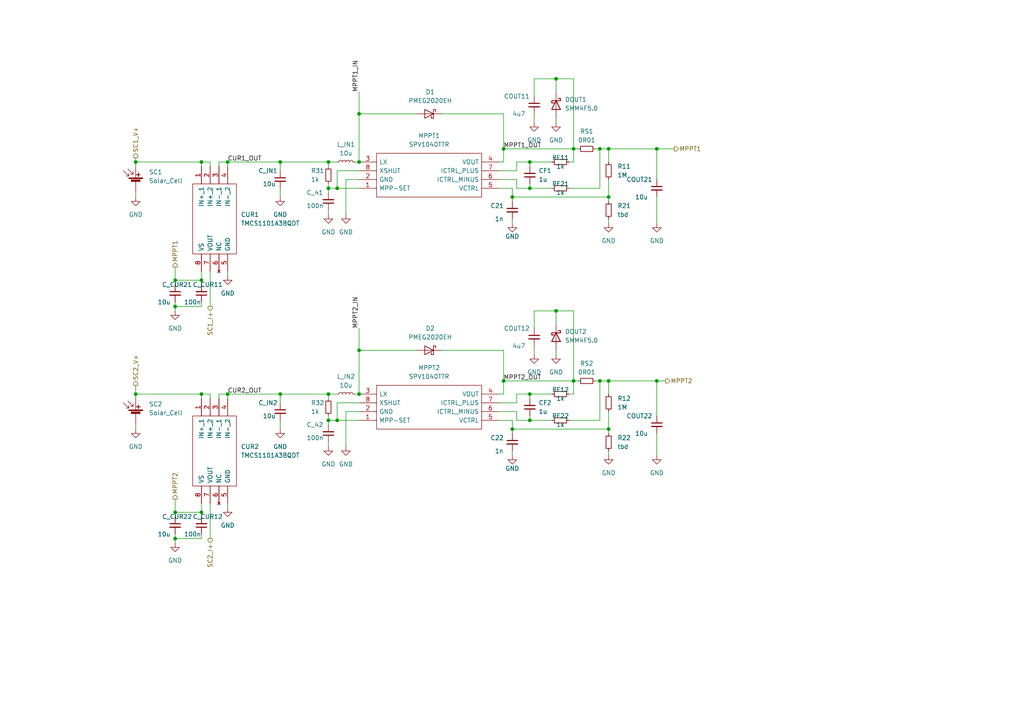
<source format=kicad_sch>
(kicad_sch (version 20211123) (generator eeschema)
  (paper "A4")
  (lib_symbols
    (symbol "Device:C_Small" (pin_numbers hide) (pin_names (offset 0.254) hide)
      (property "Reference" "C" (at 0.254 1.778 0))
      (property "Value" "C_Small" (at 0.254 -2.032 0))
      (symbol "C_Small_0_1"
        (polyline (pts (xy -1.524 -0.508) (xy 1.524 -0.508)) (stroke (width 0.3302)))
        (polyline (pts (xy -1.524 0.508) (xy 1.524 0.508)) (stroke (width 0.3048)))
      )
      (symbol "C_Small_1_1"
        (pin passive line (at 0 2.54 270) (length 2.032) (name "~") (number "1"))
        (pin passive line (at 0 -2.54 90) (length 2.032) (name "~") (number "2"))
      )
    )
    (symbol "Device:D_Schottky" (pin_numbers hide) (pin_names (offset 1.016) hide)
      (property "Reference" "D" (at 0 2.54 0))
      (property "Value" "D_Schottky" (at 0 -2.54 0))
      (symbol "D_Schottky_0_1"
        (polyline (pts (xy 1.27 0) (xy -1.27 0)))
        (polyline (pts (xy 1.27 1.27) (xy 1.27 -1.27) (xy -1.27 0) (xy 1.27 1.27)) (stroke (width 0.254)))
        (polyline (pts (xy -1.905 0.635) (xy -1.905 1.27) (xy -1.27 1.27) (xy -1.27 -1.27) (xy -0.635 -1.27) (xy -0.635 -0.635)) (stroke (width 0.254)))
      )
      (symbol "D_Schottky_1_1"
        (pin passive line (at -3.81 0 0) (length 2.54) (name "K") (number "1"))
        (pin passive line (at 3.81 0 180) (length 2.54) (name "A") (number "2"))
      )
    )
    (symbol "Device:L_Small" (pin_numbers hide) (pin_names (offset 0.254) hide)
      (property "Reference" "L" (at 0.762 1.016 0))
      (property "Value" "L_Small" (at 0.762 -1.016 0))
      (symbol "L_Small_0_1"
        (arc (start 0 -2.032) (mid 0.508 -1.524) (end 0 -1.016))
        (arc (start 0 -1.016) (mid 0.508 -0.508) (end 0 0))
        (arc (start 0 0) (mid 0.508 0.508) (end 0 1.016))
        (arc (start 0 1.016) (mid 0.508 1.524) (end 0 2.032))
      )
      (symbol "L_Small_1_1"
        (pin passive line (at 0 2.54 270) (length 0.508) (name "~") (number "1"))
        (pin passive line (at 0 -2.54 90) (length 0.508) (name "~") (number "2"))
      )
    )
    (symbol "Device:R_Small" (pin_numbers hide) (pin_names (offset 0.254) hide)
      (property "Reference" "R" (at 0.762 0.508 0))
      (property "Value" "R_Small" (at 0.762 -1.016 0))
      (symbol "R_Small_0_1"
        (rectangle (start -0.762 1.778) (end 0.762 -1.778) (stroke (width 0.2032)))
      )
      (symbol "R_Small_1_1"
        (pin passive line (at 0 2.54 270) (length 0.762) (name "~") (number "1"))
        (pin passive line (at 0 -2.54 90) (length 0.762) (name "~") (number "2"))
      )
    )
    (symbol "Device:Solar_Cell" (pin_numbers hide) (pin_names (offset 0) hide)
      (property "Reference" "SC" (at 2.54 2.54 0))
      (property "Value" "Solar_Cell" (at 2.54 0 0))
      (symbol "Solar_Cell_0_1"
        (rectangle (start -2.032 1.778) (end 2.032 1.524) (fill (type outline)))
        (rectangle (start -1.3208 1.1938) (end 1.27 0.6858) (fill (type outline)))
        (polyline (pts (xy -2.032 2.286) (xy -3.556 3.81)))
        (polyline (pts (xy -0.762 2.794) (xy -2.286 4.318)))
        (polyline (pts (xy 0 0.762) (xy 0 0)))
        (polyline (pts (xy 0 1.778) (xy 0 2.54)))
        (polyline (pts (xy 0.254 2.667) (xy 1.27 2.667)) (stroke (width 0.254)))
        (polyline (pts (xy 0.762 3.175) (xy 0.762 2.159)) (stroke (width 0.254)))
        (polyline (pts (xy -2.032 3.048) (xy -2.032 2.286) (xy -2.794 2.286)))
        (polyline (pts (xy -0.762 3.556) (xy -0.762 2.794) (xy -1.524 2.794)))
      )
      (symbol "Solar_Cell_1_1"
        (pin passive line (at 0 5.08 270) (length 2.54) (name "+") (number "1"))
        (pin passive line (at 0 -2.54 90) (length 2.54) (name "-") (number "2"))
      )
    )
    (symbol "Diode:PMEG2020EH" (pin_numbers hide) (pin_names hide)
      (property "Reference" "D" (at 0 2.54 0))
      (property "Value" "PMEG2020EH" (at 0 -2.54 0))
      (symbol "PMEG2020EH_0_1"
        (polyline (pts (xy 1.27 0) (xy -1.27 0)))
        (polyline (pts (xy 1.27 1.27) (xy 1.27 -1.27) (xy -1.27 0) (xy 1.27 1.27)) (stroke (width 0.2032)))
        (polyline (pts (xy -1.905 0.635) (xy -1.905 1.27) (xy -1.27 1.27) (xy -1.27 -1.27) (xy -0.635 -1.27) (xy -0.635 -0.635)) (stroke (width 0.2032)))
      )
      (symbol "PMEG2020EH_1_1"
        (pin passive line (at -3.81 0 0) (length 2.54) (name "K") (number "1"))
        (pin passive line (at 3.81 0 180) (length 2.54) (name "A") (number "2"))
      )
    )
    (symbol "SamacSys:SPV1040TTR" (pin_names (offset 0.762))
      (property "Reference" "IC?" (at 20.32 7.62 0))
      (property "Value" "SPV1040TTR" (at 20.32 5.08 0))
      (symbol "SPV1040TTR_0_0"
        (pin input line (at 0 -7.62 0) (length 5.08) (name "MPP-SET") (number "1"))
        (pin power_in line (at 0 -5.08 0) (length 5.08) (name "GND") (number "2"))
        (pin input line (at 0 0 0) (length 5.08) (name "LX") (number "3"))
        (pin output line (at 40.64 0 180) (length 5.08) (name "VOUT") (number "4"))
        (pin input line (at 40.64 -7.62 180) (length 5.08) (name "VCTRL") (number "5"))
        (pin input line (at 40.64 -5.08 180) (length 5.08) (name "ICTRL_MINUS") (number "6"))
        (pin input line (at 40.64 -2.54 180) (length 5.08) (name "ICTRL_PLUS") (number "7"))
        (pin input line (at 0 -2.54 0) (length 5.08) (name "XSHUT") (number "8"))
      )
      (symbol "SPV1040TTR_0_1"
        (polyline (pts (xy 5.08 2.54) (xy 35.56 2.54) (xy 35.56 -10.16) (xy 5.08 -10.16) (xy 5.08 2.54)) (stroke (width 0.1524)))
      )
    )
    (symbol "SamacSys_Parts:TMCS1101A3BQDT" (pin_names (offset 0.762))
      (property "Reference" "IC" (at 26.67 7.62 0))
      (property "Value" "TMCS1101A3BQDT" (at 26.67 5.08 0))
      (symbol "TMCS1101A3BQDT_0_0"
        (pin passive line (at 0 0 0) (length 5.08) (name "IN+_1") (number "1"))
        (pin passive line (at 0 -2.54 0) (length 5.08) (name "IN+_2") (number "2"))
        (pin passive line (at 0 -5.08 0) (length 5.08) (name "IN-_1") (number "3"))
        (pin passive line (at 0 -7.62 0) (length 5.08) (name "IN-_2") (number "4"))
        (pin passive line (at 30.48 -7.62 180) (length 5.08) (name "GND") (number "5"))
        (pin no_connect line (at 30.48 -5.08 180) (length 5.08) (name "NC") (number "6"))
        (pin passive line (at 30.48 -2.54 180) (length 5.08) (name "VOUT") (number "7"))
        (pin passive line (at 30.48 0 180) (length 5.08) (name "VS") (number "8"))
      )
      (symbol "TMCS1101A3BQDT_0_1"
        (polyline (pts (xy 5.08 2.54) (xy 25.4 2.54) (xy 25.4 -10.16) (xy 5.08 -10.16) (xy 5.08 2.54)) (stroke (width 0.1524)))
      )
    )
    (symbol "power:GND" (power) (pin_names (offset 0))
      (property "Value" "GND" (at 0 -3.81 0))
      (symbol "GND_0_1"
        (polyline (pts (xy 0 0) (xy 0 -1.27) (xy 1.27 -1.27) (xy 0 -2.54) (xy -1.27 -1.27) (xy 0 -1.27)))
      )
      (symbol "GND_1_1"
        (pin power_in line (at 0 0 270) (length 0) hide (name "GND") (number "1"))
      )
    )
  )
  (junction (at 58.42 148.59))
  (junction (at 104.14 46.99))
  (junction (at 166.37 110.49))
  (junction (at 176.53 57.15))
  (junction (at 95.25 121.92))
  (junction (at 97.79 121.92))
  (junction (at 190.5 43.18))
  (junction (at 153.67 46.99))
  (junction (at 58.42 81.28))
  (junction (at 97.79 54.61))
  (junction (at 166.37 43.18))
  (junction (at 148.59 57.15))
  (junction (at 58.42 46.99))
  (junction (at 190.5 110.49))
  (junction (at 66.04 46.99))
  (junction (at 173.99 43.18))
  (junction (at 50.8 88.9))
  (junction (at 153.67 114.3))
  (junction (at 153.67 121.92))
  (junction (at 146.05 43.18))
  (junction (at 153.67 54.61))
  (junction (at 104.14 101.6))
  (junction (at 39.37 46.99))
  (junction (at 176.53 124.46))
  (junction (at 95.25 46.99))
  (junction (at 50.8 81.28))
  (junction (at 176.53 110.49))
  (junction (at 50.8 148.59))
  (junction (at 58.42 114.3))
  (junction (at 148.59 124.46))
  (junction (at 81.28 114.3))
  (junction (at 81.28 46.99))
  (junction (at 173.99 110.49))
  (junction (at 66.04 114.3))
  (junction (at 95.25 114.3))
  (junction (at 95.25 54.61))
  (junction (at 161.29 22.86))
  (junction (at 104.14 114.3))
  (junction (at 176.53 43.18))
  (junction (at 146.05 110.49))
  (junction (at 39.37 114.3))
  (junction (at 104.14 33.02))
  (junction (at 50.8 156.21))
  (junction (at 161.29 90.17))
  (wire (pts (xy 39.37 46.99) (xy 39.37 48.26)))
  (wire (pts (xy 81.28 121.92) (xy 81.28 124.46)))
  (wire (pts (xy 165.1 54.61) (xy 173.99 54.61)))
  (wire (pts (xy 63.5 46.99) (xy 63.5 48.26)))
  (wire (pts (xy 50.8 156.21) (xy 58.42 156.21)))
  (wire (pts (xy 97.79 49.53) (xy 97.79 54.61)))
  (wire (pts (xy 104.14 26.67) (xy 104.14 33.02)))
  (wire (pts (xy 97.79 116.84) (xy 97.79 121.92)))
  (wire (pts (xy 128.27 101.6) (xy 146.05 101.6)))
  (wire (pts (xy 161.29 90.17) (xy 166.37 90.17)))
  (wire (pts (xy 153.67 121.92) (xy 153.67 120.65)))
  (wire (pts (xy 148.59 57.15) (xy 148.59 54.61)))
  (wire (pts (xy 50.8 156.21) (xy 50.8 157.48)))
  (wire (pts (xy 50.8 88.9) (xy 58.42 88.9)))
  (wire (pts (xy 146.05 101.6) (xy 146.05 110.49)))
  (wire (pts (xy 154.94 27.94) (xy 154.94 22.86)))
  (wire (pts (xy 153.67 46.99) (xy 160.02 46.99)))
  (wire (pts (xy 104.14 49.53) (xy 97.79 49.53)))
  (wire (pts (xy 148.59 124.46) (xy 148.59 121.92)))
  (wire (pts (xy 97.79 121.92) (xy 95.25 121.92)))
  (wire (pts (xy 95.25 114.3) (xy 97.79 114.3)))
  (wire (pts (xy 66.04 46.99) (xy 81.28 46.99)))
  (wire (pts (xy 95.25 54.61) (xy 95.25 55.88)))
  (wire (pts (xy 153.67 121.92) (xy 160.02 121.92)))
  (wire (pts (xy 153.67 46.99) (xy 149.86 46.99)))
  (wire (pts (xy 149.86 54.61) (xy 153.67 54.61)))
  (wire (pts (xy 161.29 34.29) (xy 161.29 35.56)))
  (wire (pts (xy 81.28 116.84) (xy 81.28 114.3)))
  (wire (pts (xy 104.14 119.38) (xy 100.33 119.38)))
  (wire (pts (xy 176.53 124.46) (xy 148.59 124.46)))
  (wire (pts (xy 166.37 114.3) (xy 165.1 114.3)))
  (wire (pts (xy 193.04 110.49) (xy 190.5 110.49)))
  (wire (pts (xy 58.42 114.3) (xy 60.96 114.3)))
  (wire (pts (xy 190.5 110.49) (xy 176.53 110.49)))
  (wire (pts (xy 149.86 119.38) (xy 149.86 121.92)))
  (wire (pts (xy 166.37 43.18) (xy 167.64 43.18)))
  (wire (pts (xy 166.37 22.86) (xy 166.37 43.18)))
  (wire (pts (xy 50.8 81.28) (xy 50.8 82.55)))
  (wire (pts (xy 176.53 43.18) (xy 173.99 43.18)))
  (wire (pts (xy 144.78 52.07) (xy 149.86 52.07)))
  (wire (pts (xy 165.1 121.92) (xy 173.99 121.92)))
  (wire (pts (xy 146.05 43.18) (xy 166.37 43.18)))
  (wire (pts (xy 81.28 49.53) (xy 81.28 46.99)))
  (wire (pts (xy 39.37 111.76) (xy 39.37 114.3)))
  (wire (pts (xy 95.25 114.3) (xy 95.25 115.57)))
  (wire (pts (xy 149.86 114.3) (xy 149.86 116.84)))
  (wire (pts (xy 154.94 33.02) (xy 154.94 35.56)))
  (wire (pts (xy 153.67 54.61) (xy 160.02 54.61)))
  (wire (pts (xy 104.14 121.92) (xy 97.79 121.92)))
  (wire (pts (xy 60.96 114.3) (xy 60.96 115.57)))
  (wire (pts (xy 161.29 22.86) (xy 161.29 26.67)))
  (wire (pts (xy 176.53 114.3) (xy 176.53 110.49)))
  (wire (pts (xy 190.5 125.73) (xy 190.5 132.08)))
  (wire (pts (xy 166.37 110.49) (xy 167.64 110.49)))
  (wire (pts (xy 50.8 148.59) (xy 50.8 149.86)))
  (wire (pts (xy 60.96 46.99) (xy 60.96 48.26)))
  (wire (pts (xy 58.42 78.74) (xy 58.42 81.28)))
  (wire (pts (xy 58.42 154.94) (xy 58.42 156.21)))
  (wire (pts (xy 149.86 49.53) (xy 144.78 49.53)))
  (wire (pts (xy 154.94 95.25) (xy 154.94 90.17)))
  (wire (pts (xy 97.79 54.61) (xy 95.25 54.61)))
  (wire (pts (xy 58.42 87.63) (xy 58.42 88.9)))
  (wire (pts (xy 50.8 87.63) (xy 50.8 88.9)))
  (wire (pts (xy 172.72 110.49) (xy 173.99 110.49)))
  (wire (pts (xy 95.25 54.61) (xy 95.25 53.34)))
  (wire (pts (xy 95.25 128.27) (xy 95.25 129.54)))
  (wire (pts (xy 144.78 119.38) (xy 149.86 119.38)))
  (wire (pts (xy 58.42 146.05) (xy 58.42 148.59)))
  (wire (pts (xy 172.72 43.18) (xy 173.99 43.18)))
  (wire (pts (xy 66.04 78.74) (xy 66.04 80.01)))
  (wire (pts (xy 58.42 46.99) (xy 60.96 46.99)))
  (wire (pts (xy 100.33 52.07) (xy 100.33 62.23)))
  (wire (pts (xy 153.67 114.3) (xy 160.02 114.3)))
  (wire (pts (xy 176.53 52.07) (xy 176.53 57.15)))
  (wire (pts (xy 144.78 54.61) (xy 148.59 54.61)))
  (wire (pts (xy 195.58 43.18) (xy 190.5 43.18)))
  (wire (pts (xy 166.37 110.49) (xy 166.37 114.3)))
  (wire (pts (xy 104.14 95.25) (xy 104.14 101.6)))
  (wire (pts (xy 100.33 119.38) (xy 100.33 129.54)))
  (wire (pts (xy 161.29 22.86) (xy 166.37 22.86)))
  (wire (pts (xy 104.14 33.02) (xy 120.65 33.02)))
  (wire (pts (xy 63.5 114.3) (xy 63.5 115.57)))
  (wire (pts (xy 190.5 57.15) (xy 190.5 64.77)))
  (wire (pts (xy 153.67 115.57) (xy 153.67 114.3)))
  (wire (pts (xy 146.05 46.99) (xy 146.05 43.18)))
  (wire (pts (xy 190.5 110.49) (xy 190.5 120.65)))
  (wire (pts (xy 95.25 46.99) (xy 97.79 46.99)))
  (wire (pts (xy 153.67 54.61) (xy 153.67 53.34)))
  (wire (pts (xy 81.28 114.3) (xy 95.25 114.3)))
  (wire (pts (xy 58.42 148.59) (xy 58.42 149.86)))
  (wire (pts (xy 66.04 114.3) (xy 66.04 115.57)))
  (wire (pts (xy 104.14 101.6) (xy 104.14 114.3)))
  (wire (pts (xy 176.53 46.99) (xy 176.53 43.18)))
  (wire (pts (xy 95.25 60.96) (xy 95.25 62.23)))
  (wire (pts (xy 50.8 144.78) (xy 50.8 148.59)))
  (wire (pts (xy 104.14 33.02) (xy 104.14 46.99)))
  (wire (pts (xy 60.96 146.05) (xy 60.96 156.21)))
  (wire (pts (xy 95.25 121.92) (xy 95.25 120.65)))
  (wire (pts (xy 190.5 43.18) (xy 176.53 43.18)))
  (wire (pts (xy 166.37 90.17) (xy 166.37 110.49)))
  (wire (pts (xy 153.67 48.26) (xy 153.67 46.99)))
  (wire (pts (xy 104.14 116.84) (xy 97.79 116.84)))
  (wire (pts (xy 148.59 132.08) (xy 148.59 130.81)))
  (wire (pts (xy 63.5 114.3) (xy 66.04 114.3)))
  (wire (pts (xy 50.8 148.59) (xy 58.42 148.59)))
  (wire (pts (xy 63.5 46.99) (xy 66.04 46.99)))
  (wire (pts (xy 39.37 45.72) (xy 39.37 46.99)))
  (wire (pts (xy 176.53 130.81) (xy 176.53 132.08)))
  (wire (pts (xy 128.27 33.02) (xy 146.05 33.02)))
  (wire (pts (xy 190.5 43.18) (xy 190.5 52.07)))
  (wire (pts (xy 104.14 54.61) (xy 97.79 54.61)))
  (wire (pts (xy 39.37 123.19) (xy 39.37 124.46)))
  (wire (pts (xy 176.53 125.73) (xy 176.53 124.46)))
  (wire (pts (xy 104.14 52.07) (xy 100.33 52.07)))
  (wire (pts (xy 66.04 46.99) (xy 66.04 48.26)))
  (wire (pts (xy 58.42 81.28) (xy 58.42 82.55)))
  (wire (pts (xy 161.29 101.6) (xy 161.29 102.87)))
  (wire (pts (xy 146.05 110.49) (xy 166.37 110.49)))
  (wire (pts (xy 39.37 114.3) (xy 58.42 114.3)))
  (wire (pts (xy 95.25 121.92) (xy 95.25 123.19)))
  (wire (pts (xy 149.86 116.84) (xy 144.78 116.84)))
  (wire (pts (xy 50.8 77.47) (xy 50.8 81.28)))
  (wire (pts (xy 154.94 22.86) (xy 161.29 22.86)))
  (wire (pts (xy 39.37 46.99) (xy 58.42 46.99)))
  (wire (pts (xy 149.86 121.92) (xy 153.67 121.92)))
  (wire (pts (xy 66.04 114.3) (xy 81.28 114.3)))
  (wire (pts (xy 176.53 119.38) (xy 176.53 124.46)))
  (wire (pts (xy 58.42 46.99) (xy 58.42 48.26)))
  (wire (pts (xy 176.53 57.15) (xy 148.59 57.15)))
  (wire (pts (xy 50.8 88.9) (xy 50.8 90.17)))
  (wire (pts (xy 149.86 46.99) (xy 149.86 49.53)))
  (wire (pts (xy 95.25 46.99) (xy 95.25 48.26)))
  (wire (pts (xy 81.28 54.61) (xy 81.28 57.15)))
  (wire (pts (xy 60.96 78.74) (xy 60.96 88.9)))
  (wire (pts (xy 148.59 124.46) (xy 148.59 125.73)))
  (wire (pts (xy 148.59 64.77) (xy 148.59 63.5)))
  (wire (pts (xy 176.53 63.5) (xy 176.53 64.77)))
  (wire (pts (xy 144.78 46.99) (xy 146.05 46.99)))
  (wire (pts (xy 173.99 110.49) (xy 173.99 121.92)))
  (wire (pts (xy 102.87 114.3) (xy 104.14 114.3)))
  (wire (pts (xy 58.42 114.3) (xy 58.42 115.57)))
  (wire (pts (xy 161.29 90.17) (xy 161.29 93.98)))
  (wire (pts (xy 176.53 110.49) (xy 173.99 110.49)))
  (wire (pts (xy 166.37 46.99) (xy 165.1 46.99)))
  (wire (pts (xy 146.05 114.3) (xy 146.05 110.49)))
  (wire (pts (xy 153.67 114.3) (xy 149.86 114.3)))
  (wire (pts (xy 39.37 55.88) (xy 39.37 57.15)))
  (wire (pts (xy 154.94 100.33) (xy 154.94 102.87)))
  (wire (pts (xy 148.59 57.15) (xy 148.59 58.42)))
  (wire (pts (xy 104.14 101.6) (xy 120.65 101.6)))
  (wire (pts (xy 144.78 114.3) (xy 146.05 114.3)))
  (wire (pts (xy 144.78 121.92) (xy 148.59 121.92)))
  (wire (pts (xy 66.04 146.05) (xy 66.04 147.32)))
  (wire (pts (xy 50.8 154.94) (xy 50.8 156.21)))
  (wire (pts (xy 50.8 81.28) (xy 58.42 81.28)))
  (wire (pts (xy 146.05 33.02) (xy 146.05 43.18)))
  (wire (pts (xy 39.37 114.3) (xy 39.37 115.57)))
  (wire (pts (xy 102.87 46.99) (xy 104.14 46.99)))
  (wire (pts (xy 176.53 58.42) (xy 176.53 57.15)))
  (wire (pts (xy 149.86 52.07) (xy 149.86 54.61)))
  (wire (pts (xy 166.37 43.18) (xy 166.37 46.99)))
  (wire (pts (xy 81.28 46.99) (xy 95.25 46.99)))
  (wire (pts (xy 154.94 90.17) (xy 161.29 90.17)))
  (wire (pts (xy 173.99 43.18) (xy 173.99 54.61)))
  (label "CUR1_OUT" (at 66.04 46.99 0))
  (label "CUR2_OUT" (at 66.04 114.3 0))
  (label "MPPT1_OUT" (at 146.05 43.18 0))
  (label "MPPT2_OUT" (at 146.05 110.49 0))
  (label "MPPT2_IN" (at 104.14 95.25 90))
  (label "MPPT1_IN" (at 104.14 26.67 90))
  (hierarchical_label "MPPT1" (shape output) (at 50.8 77.47 90))
  (hierarchical_label "SC2_V+" (shape output) (at 39.37 111.76 90))
  (hierarchical_label "SC2_I+" (shape output) (at 60.96 156.21 270))
  (hierarchical_label "SC1_I+" (shape output) (at 60.96 88.9 270))
  (hierarchical_label "SC1_V+" (shape output) (at 39.37 45.72 90))
  (hierarchical_label "MPPT2" (shape output) (at 50.8 144.78 90))
  (hierarchical_label "MPPT2" (shape output) (at 193.04 110.49 0))
  (hierarchical_label "MPPT1" (shape output) (at 195.58 43.18 0))
  (symbol (lib_id "Device:R_Small") (at 170.18 43.18 270) (unit 1)
    (property "Reference" "RS1" (at 170.18 38.1 90))
    (property "Value" "0R01" (at 170.18 40.64 90))
    (property "Footprint" "Resistor_SMD:R_0603_1608Metric" (effects hide))
  )
  (symbol (lib_id "Device:L_Small") (at 100.33 114.3 90) (unit 1)
    (property "Reference" "L_IN2" (at 100.33 109.22 90))
    (property "Value" "10u" (at 100.33 111.76 90))
    (property "Footprint" "STS_Inductor_SMD:XAL6060103MEC" (effects hide))
  )
  (symbol (lib_id "power:GND") (at 161.29 102.87 0) (unit 1)
    (property "Reference" "#PWR017" (effects hide))
    (property "Value" "GND" (at 161.29 107.95 0))
  )
  (symbol (lib_id "Device:C_Small") (at 58.42 152.4 180) (unit 1)
    (property "Reference" "C_CUR12" (at 55.88 149.86 0) (effects (justify right)))
    (property "Value" "100n" (at 53.34 154.94 0) (effects (justify right)))
    (property "Footprint" "Capacitor_SMD:C_0603_1608Metric" (effects hide))
  )
  (symbol (lib_id "Diode:PMEG2020EH") (at 124.46 33.02 0) (mirror y) (unit 1)
    (property "Reference" "D1" (at 124.7775 26.67 0))
    (property "Value" "PMEG2020EH" (at 124.7775 29.21 0))
    (property "Footprint" "Diode_SMD:D_SOD-123F" (effects hide))
    (property "Datasheet" "https://assets.nexperia.com/documents/data-sheet/PMEG2020EH_EJ.pdf" (effects hide))
  )
  (symbol (lib_id "Device:C_Small") (at 148.59 60.96 0) (unit 1)
    (property "Reference" "C21" (at 142.24 59.69 0) (effects (justify left)))
    (property "Value" "1n" (at 143.51 63.5 0) (effects (justify left)))
    (property "Footprint" "Capacitor_SMD:C_0603_1608Metric" (effects hide))
  )
  (symbol (lib_id "power:GND") (at 81.28 124.46 0) (unit 1)
    (property "Reference" "#PWR09" (effects hide))
    (property "Value" "GND" (at 81.28 129.54 0))
  )
  (symbol (lib_id "Device:C_Small") (at 190.5 54.61 0) (unit 1)
    (property "Reference" "COUT21" (at 189.23 52.07 0) (effects (justify right)))
    (property "Value" "10u" (at 187.96 57.15 0) (effects (justify right)))
    (property "Footprint" "Capacitor_SMD:C_0603_1608Metric" (effects hide))
  )
  (symbol (lib_id "Device:C_Small") (at 190.5 123.19 0) (unit 1)
    (property "Reference" "COUT22" (at 189.23 120.65 0) (effects (justify right)))
    (property "Value" "10u" (at 187.96 125.73 0) (effects (justify right)))
    (property "Footprint" "Capacitor_SMD:C_0603_1608Metric" (effects hide))
  )
  (symbol (lib_id "Diode:PMEG2020EH") (at 124.46 101.6 0) (mirror y) (unit 1)
    (property "Reference" "D2" (at 124.7775 95.25 0))
    (property "Value" "PMEG2020EH" (at 124.7775 97.79 0))
    (property "Footprint" "Diode_SMD:D_SOD-123F" (effects hide))
    (property "Datasheet" "https://assets.nexperia.com/documents/data-sheet/PMEG2020EH_EJ.pdf" (effects hide))
  )
  (symbol (lib_id "power:GND") (at 95.25 62.23 0) (unit 1)
    (property "Reference" "#PWR010" (effects hide))
    (property "Value" "GND" (at 95.25 67.31 0))
  )
  (symbol (lib_id "power:GND") (at 190.5 132.08 0) (unit 1)
    (property "Reference" "#PWR0110" (effects hide))
    (property "Value" "GND" (at 190.5 137.16 0))
  )
  (symbol (lib_id "Device:Solar_Cell") (at 39.37 120.65 0) (unit 1)
    (property "Reference" "SC2" (at 43.18 117.2209 0) (effects (justify left)))
    (property "Value" "Solar_Cell" (at 43.18 119.7609 0) (effects (justify left)))
    (property "Footprint" "STS_Solarcells:3G30A_40x80" (effects hide))
  )
  (symbol (lib_id "Device:R_Small") (at 176.53 60.96 180) (unit 1)
    (property "Reference" "R21" (at 179.07 59.6899 0) (effects (justify right)))
    (property "Value" "tbd" (at 179.07 62.2299 0) (effects (justify right)))
    (property "Footprint" "Resistor_SMD:R_0603_1608Metric" (effects hide))
  )
  (symbol (lib_id "power:GND") (at 176.53 132.08 0) (unit 1)
    (property "Reference" "#PWR018" (effects hide))
    (property "Value" "GND" (at 176.53 137.16 0))
  )
  (symbol (lib_id "power:GND") (at 95.25 129.54 0) (unit 1)
    (property "Reference" "#PWR011" (effects hide))
    (property "Value" "GND" (at 95.25 134.62 0))
  )
  (symbol (lib_id "Device:C_Small") (at 81.28 119.38 0) (unit 1)
    (property "Reference" "C_IN2" (at 74.93 116.84 0) (effects (justify left)))
    (property "Value" "10u" (at 76.2 120.65 0) (effects (justify left)))
    (property "Footprint" "Capacitor_SMD:C_0603_1608Metric" (effects hide))
  )
  (symbol (lib_id "Device:R_Small") (at 176.53 49.53 180) (unit 1)
    (property "Reference" "R11" (at 179.07 48.2599 0) (effects (justify right)))
    (property "Value" "1M" (at 179.07 50.7999 0) (effects (justify right)))
    (property "Footprint" "Resistor_SMD:R_0603_1608Metric" (effects hide))
  )
  (symbol (lib_id "Device:R_Small") (at 95.25 50.8 180) (unit 1)
    (property "Reference" "R31" (at 90.17 49.53 0) (effects (justify right)))
    (property "Value" "1k" (at 90.17 52.07 0) (effects (justify right)))
    (property "Footprint" "Resistor_SMD:R_0603_1608Metric" (effects hide))
  )
  (symbol (lib_id "Device:R_Small") (at 170.18 110.49 270) (unit 1)
    (property "Reference" "RS2" (at 170.18 105.41 90))
    (property "Value" "0R01" (at 170.18 107.95 90))
    (property "Footprint" "Resistor_SMD:R_0603_1608Metric" (effects hide))
  )
  (symbol (lib_id "Device:C_Small") (at 154.94 97.79 0) (unit 1)
    (property "Reference" "COUT12" (at 153.67 95.25 0) (effects (justify right)))
    (property "Value" "4u7" (at 152.4 100.33 0) (effects (justify right)))
    (property "Footprint" "Capacitor_SMD:C_0603_1608Metric" (effects hide))
  )
  (symbol (lib_id "power:GND") (at 39.37 57.15 0) (unit 1)
    (property "Reference" "#PWR0108" (effects hide))
    (property "Value" "GND" (at 39.37 62.23 0))
  )
  (symbol (lib_id "power:GND") (at 66.04 80.01 0) (unit 1)
    (property "Reference" "#PWR07" (effects hide))
    (property "Value" "GND" (at 66.04 85.09 0))
  )
  (symbol (lib_id "Device:D_Schottky") (at 161.29 97.79 270) (unit 1)
    (property "Reference" "DOUT2" (at 163.83 96.2024 90) (effects (justify left)))
    (property "Value" "SMM4F5.0" (at 163.83 98.7424 90) (effects (justify left)))
    (property "Footprint" "SamacSys:STMITE" (effects hide))
  )
  (symbol (lib_id "SamacSys:SPV1040TTR") (at 104.14 46.99 0) (unit 1)
    (property "Reference" "MPPT1" (at 124.46 39.37 0))
    (property "Value" "SPV1040TTR" (at 124.46 41.91 0))
    (property "Footprint" "Package_SO:TSSOP-8_4.4x3mm_P0.65mm" (effects hide))
    (property "Description" "Switching Voltage Regulators Hi Eff Solar Charger MPPT 0.3V to 5.5V" (effects hide))
    (property "Height" "1.2" (effects hide))
    (property "Mouser Part Number" "511-SPV1040TTR" (effects hide))
    (property "Mouser Price/Stock" "https://www.mouser.co.uk/ProductDetail/STMicroelectronics/SPV1040TTR?qs=AHLdMMsI%252Bhr%2Fj5DYN1qCwQ%3D%3D" (effects hide))
    (property "Manufacturer_Name" "STMicroelectronics" (effects hide))
    (property "Manufacturer_Part_Number" "SPV1040TTR" (effects hide))
  )
  (symbol (lib_id "Device:R_Small") (at 162.56 46.99 270) (unit 1)
    (property "Reference" "RF11" (at 162.56 45.72 90))
    (property "Value" "1k" (at 162.56 48.26 90))
    (property "Footprint" "Resistor_SMD:R_0603_1608Metric" (effects hide))
  )
  (symbol (lib_id "power:GND") (at 154.94 35.56 0) (unit 1)
    (property "Reference" "#PWR014" (effects hide))
    (property "Value" "GND" (at 154.94 40.64 0))
  )
  (symbol (lib_id "Device:C_Small") (at 81.28 52.07 0) (unit 1)
    (property "Reference" "C_IN1" (at 74.93 49.53 0) (effects (justify left)))
    (property "Value" "10u" (at 76.2 53.34 0) (effects (justify left)))
    (property "Footprint" "Capacitor_SMD:C_0603_1608Metric" (effects hide))
  )
  (symbol (lib_id "power:GND") (at 190.5 64.77 0) (unit 1)
    (property "Reference" "#PWR0109" (effects hide))
    (property "Value" "GND" (at 190.5 69.85 0))
  )
  (symbol (lib_id "Device:C_Small") (at 154.94 30.48 0) (unit 1)
    (property "Reference" "COUT11" (at 153.67 27.94 0) (effects (justify right)))
    (property "Value" "4u7" (at 152.4 33.02 0) (effects (justify right)))
    (property "Footprint" "Capacitor_SMD:C_0603_1608Metric" (effects hide))
  )
  (symbol (lib_id "power:GND") (at 148.59 132.08 0) (unit 1)
    (property "Reference" "#PWR013" (effects hide))
    (property "Value" "GND" (at 148.59 135.89 0))
  )
  (symbol (lib_id "Device:R_Small") (at 162.56 54.61 270) (unit 1)
    (property "Reference" "RF21" (at 162.56 53.34 90))
    (property "Value" "1k" (at 162.56 55.88 90))
    (property "Footprint" "Resistor_SMD:R_0603_1608Metric" (effects hide))
  )
  (symbol (lib_id "SamacSys_Parts:TMCS1101A3BQDT") (at 58.42 48.26 90) (mirror x) (unit 1)
    (property "Reference" "CUR1" (at 69.85 62.2299 90) (effects (justify right)))
    (property "Value" "TMCS1101A3BQDT" (at 69.85 64.7699 90) (effects (justify right)))
    (property "Footprint" "Package_SO:SOIC-8_3.9x4.9mm_P1.27mm" (effects hide))
    (property "Datasheet" "http://www.ti.com/general/docs/lit/getliterature.tsp?genericPartNumber=TMCS1101&fileType=pdf" (effects hide))
    (property "Description" "Board Mount Current Sensors Precision isolated current sensor with internal reference 8-SOIC -40 to 125" (effects hide))
    (property "Height" "1.75" (effects hide))
    (property "Mouser Part Number" "595-TMCS1101A3BQDT" (effects hide))
    (property "Mouser Price/Stock" "https://www.mouser.co.uk/ProductDetail/Texas-Instruments/TMCS1101A3BQDT?qs=sPbYRqrBIVlcEjfuuH8LqA%3D%3D" (effects hide))
    (property "Manufacturer_Name" "Texas Instruments" (effects hide))
    (property "Manufacturer_Part_Number" "TMCS1101A3BQDT" (effects hide))
  )
  (symbol (lib_id "Device:R_Small") (at 176.53 128.27 180) (unit 1)
    (property "Reference" "R22" (at 179.07 126.9999 0) (effects (justify right)))
    (property "Value" "tbd" (at 179.07 129.5399 0) (effects (justify right)))
    (property "Footprint" "Resistor_SMD:R_0603_1608Metric" (effects hide))
  )
  (symbol (lib_id "Device:C_Small") (at 153.67 50.8 180) (unit 1)
    (property "Reference" "CF1" (at 156.21 49.5235 0) (effects (justify right)))
    (property "Value" "1u" (at 156.21 52.0635 0) (effects (justify right)))
    (property "Footprint" "Capacitor_SMD:C_0603_1608Metric" (effects hide))
  )
  (symbol (lib_id "Device:C_Small") (at 153.67 118.11 180) (unit 1)
    (property "Reference" "CF2" (at 156.21 116.8335 0) (effects (justify right)))
    (property "Value" "1u" (at 156.21 119.3735 0) (effects (justify right)))
    (property "Footprint" "Capacitor_SMD:C_0603_1608Metric" (effects hide))
  )
  (symbol (lib_id "power:GND") (at 39.37 124.46 0) (unit 1)
    (property "Reference" "#PWR0107" (effects hide))
    (property "Value" "GND" (at 39.37 129.54 0))
  )
  (symbol (lib_id "Device:C_Small") (at 50.8 152.4 0) (mirror y) (unit 1)
    (property "Reference" "C_CUR22" (at 46.99 149.86 0) (effects (justify right)))
    (property "Value" "10u" (at 45.72 154.94 0) (effects (justify right)))
    (property "Footprint" "Capacitor_SMD:C_0603_1608Metric" (effects hide))
  )
  (symbol (lib_id "Device:C_Small") (at 95.25 58.42 180) (unit 1)
    (property "Reference" "C_41" (at 88.9 55.88 0) (effects (justify right)))
    (property "Value" "100n" (at 88.9 59.69 0) (effects (justify right)))
    (property "Footprint" "Capacitor_SMD:C_0603_1608Metric" (effects hide))
  )
  (symbol (lib_id "power:GND") (at 154.94 102.87 0) (unit 1)
    (property "Reference" "#PWR015" (effects hide))
    (property "Value" "GND" (at 154.94 107.95 0))
  )
  (symbol (lib_id "power:GND") (at 66.04 147.32 0) (unit 1)
    (property "Reference" "#PWR08" (effects hide))
    (property "Value" "GND" (at 66.04 152.4 0))
  )
  (symbol (lib_id "Device:R_Small") (at 162.56 114.3 270) (unit 1)
    (property "Reference" "RF12" (at 162.56 113.03 90))
    (property "Value" "1k" (at 162.56 115.57 90))
    (property "Footprint" "Resistor_SMD:R_0603_1608Metric" (effects hide))
  )
  (symbol (lib_id "Device:C_Small") (at 50.8 85.09 0) (mirror y) (unit 1)
    (property "Reference" "C_CUR21" (at 46.99 82.55 0) (effects (justify right)))
    (property "Value" "10u" (at 45.72 87.63 0) (effects (justify right)))
    (property "Footprint" "Capacitor_SMD:C_0603_1608Metric" (effects hide))
  )
  (symbol (lib_id "SamacSys_Parts:TMCS1101A3BQDT") (at 58.42 115.57 90) (mirror x) (unit 1)
    (property "Reference" "CUR2" (at 69.85 129.5399 90) (effects (justify right)))
    (property "Value" "TMCS1101A3BQDT" (at 69.85 132.0799 90) (effects (justify right)))
    (property "Footprint" "Package_SO:SOIC-8_3.9x4.9mm_P1.27mm" (effects hide))
    (property "Datasheet" "http://www.ti.com/general/docs/lit/getliterature.tsp?genericPartNumber=TMCS1101&fileType=pdf" (effects hide))
    (property "Description" "Board Mount Current Sensors Precision isolated current sensor with internal reference 8-SOIC -40 to 125" (effects hide))
    (property "Height" "1.75" (effects hide))
    (property "Mouser Part Number" "595-TMCS1101A3BQDT" (effects hide))
    (property "Mouser Price/Stock" "https://www.mouser.co.uk/ProductDetail/Texas-Instruments/TMCS1101A3BQDT?qs=sPbYRqrBIVlcEjfuuH8LqA%3D%3D" (effects hide))
    (property "Manufacturer_Name" "Texas Instruments" (effects hide))
    (property "Manufacturer_Part_Number" "TMCS1101A3BQDT" (effects hide))
  )
  (symbol (lib_id "Device:L_Small") (at 100.33 46.99 90) (unit 1)
    (property "Reference" "L_IN1" (at 100.33 41.91 90))
    (property "Value" "10u" (at 100.33 44.45 90))
    (property "Footprint" "STS_Inductor_SMD:XAL6060103MEC" (effects hide))
  )
  (symbol (lib_id "Device:R_Small") (at 95.25 118.11 180) (unit 1)
    (property "Reference" "R32" (at 90.17 116.84 0) (effects (justify right)))
    (property "Value" "1k" (at 90.17 119.38 0) (effects (justify right)))
    (property "Footprint" "Resistor_SMD:R_0603_1608Metric" (effects hide))
  )
  (symbol (lib_id "power:GND") (at 50.8 90.17 0) (unit 1)
    (property "Reference" "#PWR01" (effects hide))
    (property "Value" "GND" (at 50.8 95.25 0))
  )
  (symbol (lib_id "Device:D_Schottky") (at 161.29 30.48 270) (unit 1)
    (property "Reference" "DOUT1" (at 163.83 28.8924 90) (effects (justify left)))
    (property "Value" "SMM4F5.0" (at 163.83 31.4324 90) (effects (justify left)))
    (property "Footprint" "SamacSys:STMITE" (effects hide))
  )
  (symbol (lib_id "power:GND") (at 176.53 64.77 0) (unit 1)
    (property "Reference" "#PWR0104" (effects hide))
    (property "Value" "GND" (at 176.53 69.85 0))
  )
  (symbol (lib_id "Device:C_Small") (at 148.59 128.27 0) (unit 1)
    (property "Reference" "C22" (at 142.24 127 0) (effects (justify left)))
    (property "Value" "1n" (at 143.51 130.81 0) (effects (justify left)))
    (property "Footprint" "Capacitor_SMD:C_0603_1608Metric" (effects hide))
  )
  (symbol (lib_id "Device:C_Small") (at 58.42 85.09 180) (unit 1)
    (property "Reference" "C_CUR11" (at 55.88 82.55 0) (effects (justify right)))
    (property "Value" "100n" (at 53.34 87.63 0) (effects (justify right)))
    (property "Footprint" "Capacitor_SMD:C_0603_1608Metric" (effects hide))
  )
  (symbol (lib_id "power:GND") (at 81.28 57.15 0) (unit 1)
    (property "Reference" "#PWR0106" (effects hide))
    (property "Value" "GND" (at 81.28 62.23 0))
  )
  (symbol (lib_id "power:GND") (at 100.33 129.54 0) (unit 1)
    (property "Reference" "#PWR012" (effects hide))
    (property "Value" "GND" (at 100.33 134.62 0))
  )
  (symbol (lib_id "Device:R_Small") (at 176.53 116.84 180) (unit 1)
    (property "Reference" "R12" (at 179.07 115.5699 0) (effects (justify right)))
    (property "Value" "1M" (at 179.07 118.1099 0) (effects (justify right)))
    (property "Footprint" "Resistor_SMD:R_0603_1608Metric" (effects hide))
  )
  (symbol (lib_id "power:GND") (at 148.59 64.77 0) (unit 1)
    (property "Reference" "#PWR0103" (effects hide))
    (property "Value" "GND" (at 148.59 68.58 0))
  )
  (symbol (lib_id "Device:Solar_Cell") (at 39.37 53.34 0) (unit 1)
    (property "Reference" "SC1" (at 43.18 49.9109 0) (effects (justify left)))
    (property "Value" "Solar_Cell" (at 43.18 52.4509 0) (effects (justify left)))
    (property "Footprint" "STS_Solarcells:3G30A_40x80" (effects hide))
  )
  (symbol (lib_id "power:GND") (at 100.33 62.23 0) (unit 1)
    (property "Reference" "#PWR0105" (effects hide))
    (property "Value" "GND" (at 100.33 67.31 0))
  )
  (symbol (lib_id "Device:R_Small") (at 162.56 121.92 270) (unit 1)
    (property "Reference" "RF22" (at 162.56 120.65 90))
    (property "Value" "1k" (at 162.56 123.19 90))
    (property "Footprint" "Resistor_SMD:R_0603_1608Metric" (effects hide))
  )
  (symbol (lib_id "Device:C_Small") (at 95.25 125.73 180) (unit 1)
    (property "Reference" "C_42" (at 88.9 123.19 0) (effects (justify right)))
    (property "Value" "100n" (at 88.9 127 0) (effects (justify right)))
    (property "Footprint" "Capacitor_SMD:C_0603_1608Metric" (effects hide))
  )
  (symbol (lib_id "power:GND") (at 50.8 157.48 0) (unit 1)
    (property "Reference" "#PWR06" (effects hide))
    (property "Value" "GND" (at 50.8 162.56 0))
  )
  (symbol (lib_id "power:GND") (at 161.29 35.56 0) (unit 1)
    (property "Reference" "#PWR016" (effects hide))
    (property "Value" "GND" (at 161.29 40.64 0))
  )
  (symbol (lib_id "SamacSys:SPV1040TTR") (at 104.14 114.3 0) (unit 1)
    (property "Reference" "MPPT2" (at 124.46 106.68 0))
    (property "Value" "SPV1040TTR" (at 124.46 109.22 0))
    (property "Footprint" "Package_SO:TSSOP-8_4.4x3mm_P0.65mm" (effects hide))
    (property "Description" "Switching Voltage Regulators Hi Eff Solar Charger MPPT 0.3V to 5.5V" (effects hide))
    (property "Height" "1.2" (effects hide))
    (property "Mouser Part Number" "511-SPV1040TTR" (effects hide))
    (property "Mouser Price/Stock" "https://www.mouser.co.uk/ProductDetail/STMicroelectronics/SPV1040TTR?qs=AHLdMMsI%252Bhr%2Fj5DYN1qCwQ%3D%3D" (effects hide))
    (property "Manufacturer_Name" "STMicroelectronics" (effects hide))
    (property "Manufacturer_Part_Number" "SPV1040TTR" (effects hide))
  )
)
</source>
